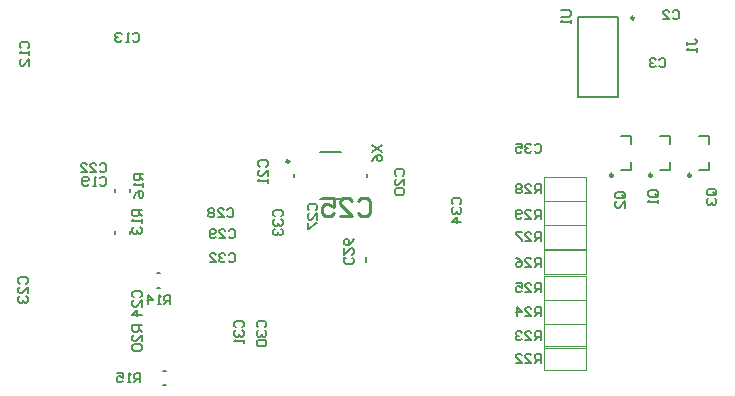
<source format=gbo>
G04 Layer_Color=13813960*
%FSLAX25Y25*%
%MOIN*%
G70*
G01*
G75*
%ADD29C,0.01000*%
%ADD52C,0.00984*%
%ADD55C,0.00787*%
%ADD57C,0.00591*%
%ADD96C,0.00394*%
D29*
X265201Y188498D02*
X266201Y189498D01*
X268200D01*
X269200Y188498D01*
Y184500D01*
X268200Y183500D01*
X266201D01*
X265201Y184500D01*
X259203Y183500D02*
X263202D01*
X259203Y187499D01*
Y188498D01*
X260203Y189498D01*
X262202D01*
X263202Y188498D01*
X253205Y189498D02*
X257204D01*
Y186499D01*
X255205Y187499D01*
X254205D01*
X253205Y186499D01*
Y184500D01*
X254205Y183500D01*
X256204D01*
X257204Y184500D01*
D52*
X357106Y249492D02*
G03*
X357106Y249492I-492J0D01*
G01*
X350055Y197020D02*
G03*
X350055Y197020I-492J0D01*
G01*
X363055D02*
G03*
X363055Y197020I-492J0D01*
G01*
X376055D02*
G03*
X376055Y197020I-492J0D01*
G01*
X242122Y201724D02*
G03*
X242122Y201724I-492J0D01*
G01*
D55*
X351693Y223311D02*
Y249689D01*
X338307Y223311D02*
Y249689D01*
X351693D01*
X338307Y223311D02*
X351693D01*
X356059Y207650D02*
Y210248D01*
X352850D02*
X356059D01*
Y198752D02*
Y201350D01*
X352850Y198752D02*
X356059D01*
X369059Y207650D02*
Y210248D01*
X365850D02*
X369059D01*
Y198752D02*
Y201350D01*
X365850Y198752D02*
X369059D01*
X382059Y207650D02*
Y210248D01*
X378850D02*
X382059D01*
Y198752D02*
Y201350D01*
X378850Y198752D02*
X382059D01*
X252445Y189323D02*
X259555D01*
X252445Y204677D02*
X259555D01*
X268205Y196606D02*
Y197394D01*
X243795Y196606D02*
Y197394D01*
X198106Y159539D02*
X198894D01*
X198106Y164461D02*
X198894D01*
X200106Y127039D02*
X200894D01*
X200106Y131961D02*
X200894D01*
X188961Y191606D02*
Y192394D01*
X184039Y191606D02*
Y192394D01*
X188961Y177606D02*
Y178394D01*
X184039Y177606D02*
Y178394D01*
X260260Y168213D02*
Y169787D01*
X267740Y168213D02*
Y169787D01*
D57*
X374851Y240401D02*
Y241451D01*
Y240926D01*
X377475D01*
X378000Y241451D01*
Y241975D01*
X377475Y242500D01*
X378000Y239351D02*
Y238302D01*
Y238827D01*
X374851D01*
X375376Y239351D01*
X332851Y252000D02*
X335475D01*
X336000Y251475D01*
Y250426D01*
X335475Y249901D01*
X332851D01*
X336000Y248851D02*
Y247802D01*
Y248327D01*
X332851D01*
X333376Y248851D01*
X365401Y235624D02*
X365926Y236149D01*
X366975D01*
X367500Y235624D01*
Y233525D01*
X366975Y233000D01*
X365926D01*
X365401Y233525D01*
X364351Y235624D02*
X363827Y236149D01*
X362777D01*
X362252Y235624D01*
Y235099D01*
X362777Y234574D01*
X363302D01*
X362777D01*
X362252Y234050D01*
Y233525D01*
X362777Y233000D01*
X363827D01*
X364351Y233525D01*
X369901Y251624D02*
X370426Y252149D01*
X371475D01*
X372000Y251624D01*
Y249525D01*
X371475Y249000D01*
X370426D01*
X369901Y249525D01*
X366752Y249000D02*
X368851D01*
X366752Y251099D01*
Y251624D01*
X367277Y252149D01*
X368327D01*
X368851Y251624D01*
X296876Y187401D02*
X296351Y187926D01*
Y188975D01*
X296876Y189500D01*
X298975D01*
X299500Y188975D01*
Y187926D01*
X298975Y187401D01*
X296876Y186351D02*
X296351Y185827D01*
Y184777D01*
X296876Y184252D01*
X297401D01*
X297926Y184777D01*
Y185302D01*
Y184777D01*
X298450Y184252D01*
X298975D01*
X299500Y184777D01*
Y185827D01*
X298975Y186351D01*
X299500Y181629D02*
X296351D01*
X297926Y183203D01*
Y181104D01*
X269851Y207000D02*
X273000Y204901D01*
X269851D02*
X273000Y207000D01*
X269851Y201752D02*
X270376Y202802D01*
X271426Y203851D01*
X272475D01*
X273000Y203327D01*
Y202277D01*
X272475Y201752D01*
X271951D01*
X271426Y202277D01*
Y203851D01*
X248876Y185401D02*
X248351Y185926D01*
Y186975D01*
X248876Y187500D01*
X250975D01*
X251500Y186975D01*
Y185926D01*
X250975Y185401D01*
X251500Y182252D02*
Y184351D01*
X249401Y182252D01*
X248876D01*
X248351Y182777D01*
Y183827D01*
X248876Y184351D01*
X248351Y181203D02*
Y179104D01*
X248876D01*
X250975Y181203D01*
X251500D01*
X263124Y169599D02*
X263649Y169074D01*
Y168025D01*
X263124Y167500D01*
X261025D01*
X260500Y168025D01*
Y169074D01*
X261025Y169599D01*
X260500Y172748D02*
Y170649D01*
X262599Y172748D01*
X263124D01*
X263649Y172223D01*
Y171173D01*
X263124Y170649D01*
X263649Y175896D02*
X263124Y174847D01*
X262074Y173797D01*
X261025D01*
X260500Y174322D01*
Y175372D01*
X261025Y175896D01*
X261549D01*
X262074Y175372D01*
Y173797D01*
X221401Y185624D02*
X221926Y186149D01*
X222975D01*
X223500Y185624D01*
Y183525D01*
X222975Y183000D01*
X221926D01*
X221401Y183525D01*
X218252Y183000D02*
X220351D01*
X218252Y185099D01*
Y185624D01*
X218777Y186149D01*
X219827D01*
X220351Y185624D01*
X217203D02*
X216678Y186149D01*
X215629D01*
X215104Y185624D01*
Y185099D01*
X215629Y184574D01*
X215104Y184049D01*
Y183525D01*
X215629Y183000D01*
X216678D01*
X217203Y183525D01*
Y184049D01*
X216678Y184574D01*
X217203Y185099D01*
Y185624D01*
X216678Y184574D02*
X215629D01*
X237376Y183401D02*
X236851Y183926D01*
Y184975D01*
X237376Y185500D01*
X239475D01*
X240000Y184975D01*
Y183926D01*
X239475Y183401D01*
X237376Y182351D02*
X236851Y181827D01*
Y180777D01*
X237376Y180252D01*
X237901D01*
X238426Y180777D01*
Y181302D01*
Y180777D01*
X238950Y180252D01*
X239475D01*
X240000Y180777D01*
Y181827D01*
X239475Y182351D01*
X237376Y179203D02*
X236851Y178678D01*
Y177629D01*
X237376Y177104D01*
X237901D01*
X238426Y177629D01*
Y178153D01*
Y177629D01*
X238950Y177104D01*
X239475D01*
X240000Y177629D01*
Y178678D01*
X239475Y179203D01*
X221901Y170624D02*
X222426Y171149D01*
X223475D01*
X224000Y170624D01*
Y168525D01*
X223475Y168000D01*
X222426D01*
X221901Y168525D01*
X220851Y170624D02*
X220327Y171149D01*
X219277D01*
X218752Y170624D01*
Y170099D01*
X219277Y169574D01*
X219802D01*
X219277D01*
X218752Y169050D01*
Y168525D01*
X219277Y168000D01*
X220327D01*
X220851Y168525D01*
X215604Y168000D02*
X217703D01*
X215604Y170099D01*
Y170624D01*
X216128Y171149D01*
X217178D01*
X217703Y170624D01*
X224376Y146401D02*
X223851Y146926D01*
Y147975D01*
X224376Y148500D01*
X226475D01*
X227000Y147975D01*
Y146926D01*
X226475Y146401D01*
X224376Y145351D02*
X223851Y144827D01*
Y143777D01*
X224376Y143252D01*
X224901D01*
X225426Y143777D01*
Y144302D01*
Y143777D01*
X225951Y143252D01*
X226475D01*
X227000Y143777D01*
Y144827D01*
X226475Y145351D01*
X227000Y142203D02*
Y141153D01*
Y141678D01*
X223851D01*
X224376Y142203D01*
X231876Y146401D02*
X231351Y146926D01*
Y147975D01*
X231876Y148500D01*
X233975D01*
X234500Y147975D01*
Y146926D01*
X233975Y146401D01*
X231876Y145351D02*
X231351Y144827D01*
Y143777D01*
X231876Y143252D01*
X232401D01*
X232926Y143777D01*
Y144302D01*
Y143777D01*
X233451Y143252D01*
X233975D01*
X234500Y143777D01*
Y144827D01*
X233975Y145351D01*
X231876Y142203D02*
X231351Y141678D01*
Y140629D01*
X231876Y140104D01*
X233975D01*
X234500Y140629D01*
Y141678D01*
X233975Y142203D01*
X231876D01*
X221901Y178624D02*
X222426Y179149D01*
X223475D01*
X224000Y178624D01*
Y176525D01*
X223475Y176000D01*
X222426D01*
X221901Y176525D01*
X218752Y176000D02*
X220851D01*
X218752Y178099D01*
Y178624D01*
X219277Y179149D01*
X220327D01*
X220851Y178624D01*
X217703Y176525D02*
X217178Y176000D01*
X216128D01*
X215604Y176525D01*
Y178624D01*
X216128Y179149D01*
X217178D01*
X217703Y178624D01*
Y178099D01*
X217178Y177574D01*
X215604D01*
X192500Y128000D02*
Y131149D01*
X190926D01*
X190401Y130624D01*
Y129574D01*
X190926Y129050D01*
X192500D01*
X191451D02*
X190401Y128000D01*
X189351D02*
X188302D01*
X188827D01*
Y131149D01*
X189351Y130624D01*
X184628Y131149D02*
X186728D01*
Y129574D01*
X185678Y130099D01*
X185153D01*
X184628Y129574D01*
Y128525D01*
X185153Y128000D01*
X186203D01*
X186728Y128525D01*
X202500Y154000D02*
Y157149D01*
X200926D01*
X200401Y156624D01*
Y155574D01*
X200926Y155050D01*
X202500D01*
X201450D02*
X200401Y154000D01*
X199351D02*
X198302D01*
X198827D01*
Y157149D01*
X199351Y156624D01*
X195153Y154000D02*
Y157149D01*
X196728Y155574D01*
X194629D01*
X323901Y207124D02*
X324426Y207649D01*
X325475D01*
X326000Y207124D01*
Y205025D01*
X325475Y204500D01*
X324426D01*
X323901Y205025D01*
X322851Y207124D02*
X322327Y207649D01*
X321277D01*
X320752Y207124D01*
Y206599D01*
X321277Y206074D01*
X321802D01*
X321277D01*
X320752Y205550D01*
Y205025D01*
X321277Y204500D01*
X322327D01*
X322851Y205025D01*
X317604Y207649D02*
X319703D01*
Y206074D01*
X318653Y206599D01*
X318128D01*
X317604Y206074D01*
Y205025D01*
X318128Y204500D01*
X319178D01*
X319703Y205025D01*
X383975Y190401D02*
X381876D01*
X381351Y190926D01*
Y191975D01*
X381876Y192500D01*
X383975D01*
X384500Y191975D01*
Y190926D01*
X383451Y191451D02*
X384500Y190401D01*
Y190926D02*
X383975Y190401D01*
X381876Y189351D02*
X381351Y188827D01*
Y187777D01*
X381876Y187252D01*
X382401D01*
X382926Y187777D01*
Y188302D01*
Y187777D01*
X383451Y187252D01*
X383975D01*
X384500Y187777D01*
Y188827D01*
X383975Y189351D01*
X353475Y189401D02*
X351376D01*
X350851Y189926D01*
Y190975D01*
X351376Y191500D01*
X353475D01*
X354000Y190975D01*
Y189926D01*
X352951Y190451D02*
X354000Y189401D01*
Y189926D02*
X353475Y189401D01*
X354000Y186252D02*
Y188351D01*
X351901Y186252D01*
X351376D01*
X350851Y186777D01*
Y187827D01*
X351376Y188351D01*
X364475Y189901D02*
X362376D01*
X361851Y190426D01*
Y191475D01*
X362376Y192000D01*
X364475D01*
X365000Y191475D01*
Y190426D01*
X363950Y190951D02*
X365000Y189901D01*
Y190426D02*
X364475Y189901D01*
X365000Y188851D02*
Y187802D01*
Y188327D01*
X361851D01*
X362376Y188851D01*
X326000Y182500D02*
Y185649D01*
X324426D01*
X323901Y185124D01*
Y184074D01*
X324426Y183549D01*
X326000D01*
X324951D02*
X323901Y182500D01*
X320752D02*
X322851D01*
X320752Y184599D01*
Y185124D01*
X321277Y185649D01*
X322327D01*
X322851Y185124D01*
X319703Y183025D02*
X319178Y182500D01*
X318128D01*
X317604Y183025D01*
Y185124D01*
X318128Y185649D01*
X319178D01*
X319703Y185124D01*
Y184599D01*
X319178Y184074D01*
X317604D01*
X326000Y134500D02*
Y137649D01*
X324426D01*
X323901Y137124D01*
Y136074D01*
X324426Y135549D01*
X326000D01*
X324951D02*
X323901Y134500D01*
X320752D02*
X322851D01*
X320752Y136599D01*
Y137124D01*
X321277Y137649D01*
X322327D01*
X322851Y137124D01*
X317604Y134500D02*
X319703D01*
X317604Y136599D01*
Y137124D01*
X318128Y137649D01*
X319178D01*
X319703Y137124D01*
X152876Y239401D02*
X152351Y239926D01*
Y240975D01*
X152876Y241500D01*
X154975D01*
X155500Y240975D01*
Y239926D01*
X154975Y239401D01*
X155500Y238351D02*
Y237302D01*
Y237827D01*
X152351D01*
X152876Y238351D01*
X155500Y233629D02*
Y235728D01*
X153401Y233629D01*
X152876D01*
X152351Y234153D01*
Y235203D01*
X152876Y235728D01*
X189901Y244124D02*
X190426Y244649D01*
X191475D01*
X192000Y244124D01*
Y242025D01*
X191475Y241500D01*
X190426D01*
X189901Y242025D01*
X188851Y241500D02*
X187802D01*
X188327D01*
Y244649D01*
X188851Y244124D01*
X186228D02*
X185703Y244649D01*
X184653D01*
X184128Y244124D01*
Y243599D01*
X184653Y243074D01*
X185178D01*
X184653D01*
X184128Y242549D01*
Y242025D01*
X184653Y241500D01*
X185703D01*
X186228Y242025D01*
X277876Y196901D02*
X277351Y197426D01*
Y198475D01*
X277876Y199000D01*
X279975D01*
X280500Y198475D01*
Y197426D01*
X279975Y196901D01*
X280500Y193752D02*
Y195851D01*
X278401Y193752D01*
X277876D01*
X277351Y194277D01*
Y195327D01*
X277876Y195851D01*
Y192703D02*
X277351Y192178D01*
Y191129D01*
X277876Y190604D01*
X279975D01*
X280500Y191129D01*
Y192178D01*
X279975Y192703D01*
X277876D01*
X232376Y199901D02*
X231851Y200426D01*
Y201475D01*
X232376Y202000D01*
X234475D01*
X235000Y201475D01*
Y200426D01*
X234475Y199901D01*
X235000Y196752D02*
Y198851D01*
X232901Y196752D01*
X232376D01*
X231851Y197277D01*
Y198327D01*
X232376Y198851D01*
X235000Y195703D02*
Y194653D01*
Y195178D01*
X231851D01*
X232376Y195703D01*
X152376Y160901D02*
X151851Y161426D01*
Y162475D01*
X152376Y163000D01*
X154475D01*
X155000Y162475D01*
Y161426D01*
X154475Y160901D01*
X155000Y157752D02*
Y159851D01*
X152901Y157752D01*
X152376D01*
X151851Y158277D01*
Y159327D01*
X152376Y159851D01*
Y156703D02*
X151851Y156178D01*
Y155129D01*
X152376Y154604D01*
X152901D01*
X153426Y155129D01*
Y155653D01*
Y155129D01*
X153951Y154604D01*
X154475D01*
X155000Y155129D01*
Y156178D01*
X154475Y156703D01*
X190376Y156401D02*
X189851Y156926D01*
Y157975D01*
X190376Y158500D01*
X192475D01*
X193000Y157975D01*
Y156926D01*
X192475Y156401D01*
X193000Y153252D02*
Y155351D01*
X190901Y153252D01*
X190376D01*
X189851Y153777D01*
Y154827D01*
X190376Y155351D01*
X193000Y150628D02*
X189851D01*
X191426Y152203D01*
Y150104D01*
X193000Y147000D02*
X189851D01*
Y145426D01*
X190376Y144901D01*
X191426D01*
X191951Y145426D01*
Y147000D01*
Y145950D02*
X193000Y144901D01*
Y141752D02*
Y143851D01*
X190901Y141752D01*
X190376D01*
X189851Y142277D01*
Y143327D01*
X190376Y143851D01*
Y140703D02*
X189851Y140178D01*
Y139128D01*
X190376Y138604D01*
X192475D01*
X193000Y139128D01*
Y140178D01*
X192475Y140703D01*
X190376D01*
X178901Y196124D02*
X179426Y196649D01*
X180475D01*
X181000Y196124D01*
Y194025D01*
X180475Y193500D01*
X179426D01*
X178901Y194025D01*
X177851Y193500D02*
X176802D01*
X177327D01*
Y196649D01*
X177851Y196124D01*
X175228Y194025D02*
X174703Y193500D01*
X173653D01*
X173128Y194025D01*
Y196124D01*
X173653Y196649D01*
X174703D01*
X175228Y196124D01*
Y195599D01*
X174703Y195074D01*
X173128D01*
X178901Y200624D02*
X179426Y201149D01*
X180475D01*
X181000Y200624D01*
Y198525D01*
X180475Y198000D01*
X179426D01*
X178901Y198525D01*
X175752Y198000D02*
X177851D01*
X175752Y200099D01*
Y200624D01*
X176277Y201149D01*
X177327D01*
X177851Y200624D01*
X172604Y198000D02*
X174703D01*
X172604Y200099D01*
Y200624D01*
X173128Y201149D01*
X174178D01*
X174703Y200624D01*
X193500Y197500D02*
X190351D01*
Y195926D01*
X190876Y195401D01*
X191926D01*
X192450Y195926D01*
Y197500D01*
Y196450D02*
X193500Y195401D01*
Y194351D02*
Y193302D01*
Y193827D01*
X190351D01*
X190876Y194351D01*
X190351Y189629D02*
X190876Y190678D01*
X191926Y191728D01*
X192975D01*
X193500Y191203D01*
Y190153D01*
X192975Y189629D01*
X192450D01*
X191926Y190153D01*
Y191728D01*
X193000Y185500D02*
X189851D01*
Y183926D01*
X190376Y183401D01*
X191426D01*
X191951Y183926D01*
Y185500D01*
Y184450D02*
X193000Y183401D01*
Y182351D02*
Y181302D01*
Y181827D01*
X189851D01*
X190376Y182351D01*
Y179728D02*
X189851Y179203D01*
Y178153D01*
X190376Y177629D01*
X190901D01*
X191426Y178153D01*
Y178678D01*
Y178153D01*
X191951Y177629D01*
X192475D01*
X193000Y178153D01*
Y179203D01*
X192475Y179728D01*
X326000Y191000D02*
Y194149D01*
X324426D01*
X323901Y193624D01*
Y192574D01*
X324426Y192050D01*
X326000D01*
X324951D02*
X323901Y191000D01*
X320752D02*
X322851D01*
X320752Y193099D01*
Y193624D01*
X321277Y194149D01*
X322327D01*
X322851Y193624D01*
X319703D02*
X319178Y194149D01*
X318128D01*
X317604Y193624D01*
Y193099D01*
X318128Y192574D01*
X317604Y192050D01*
Y191525D01*
X318128Y191000D01*
X319178D01*
X319703Y191525D01*
Y192050D01*
X319178Y192574D01*
X319703Y193099D01*
Y193624D01*
X319178Y192574D02*
X318128D01*
X326000Y175000D02*
Y178149D01*
X324426D01*
X323901Y177624D01*
Y176574D01*
X324426Y176049D01*
X326000D01*
X324951D02*
X323901Y175000D01*
X320752D02*
X322851D01*
X320752Y177099D01*
Y177624D01*
X321277Y178149D01*
X322327D01*
X322851Y177624D01*
X319703Y178149D02*
X317604D01*
Y177624D01*
X319703Y175525D01*
Y175000D01*
X326000Y166500D02*
Y169649D01*
X324426D01*
X323901Y169124D01*
Y168074D01*
X324426Y167550D01*
X326000D01*
X324951D02*
X323901Y166500D01*
X320752D02*
X322851D01*
X320752Y168599D01*
Y169124D01*
X321277Y169649D01*
X322327D01*
X322851Y169124D01*
X317604Y169649D02*
X318653Y169124D01*
X319703Y168074D01*
Y167025D01*
X319178Y166500D01*
X318128D01*
X317604Y167025D01*
Y167550D01*
X318128Y168074D01*
X319703D01*
X326000Y158000D02*
Y161149D01*
X324426D01*
X323901Y160624D01*
Y159574D01*
X324426Y159049D01*
X326000D01*
X324951D02*
X323901Y158000D01*
X320752D02*
X322851D01*
X320752Y160099D01*
Y160624D01*
X321277Y161149D01*
X322327D01*
X322851Y160624D01*
X317604Y161149D02*
X319703D01*
Y159574D01*
X318653Y160099D01*
X318128D01*
X317604Y159574D01*
Y158525D01*
X318128Y158000D01*
X319178D01*
X319703Y158525D01*
X326000Y150000D02*
Y153149D01*
X324426D01*
X323901Y152624D01*
Y151574D01*
X324426Y151049D01*
X326000D01*
X324951D02*
X323901Y150000D01*
X320752D02*
X322851D01*
X320752Y152099D01*
Y152624D01*
X321277Y153149D01*
X322327D01*
X322851Y152624D01*
X318128Y150000D02*
Y153149D01*
X319703Y151574D01*
X317604D01*
X326000Y142000D02*
Y145149D01*
X324426D01*
X323901Y144624D01*
Y143574D01*
X324426Y143050D01*
X326000D01*
X324951D02*
X323901Y142000D01*
X320752D02*
X322851D01*
X320752Y144099D01*
Y144624D01*
X321277Y145149D01*
X322327D01*
X322851Y144624D01*
X319703D02*
X319178Y145149D01*
X318128D01*
X317604Y144624D01*
Y144099D01*
X318128Y143574D01*
X318653D01*
X318128D01*
X317604Y143050D01*
Y142525D01*
X318128Y142000D01*
X319178D01*
X319703Y142525D01*
D96*
X327000Y188500D02*
X341000D01*
X327000Y180500D02*
Y188500D01*
Y180500D02*
X341000D01*
Y188500D01*
X327000Y140000D02*
X341000D01*
X327000Y132000D02*
Y140000D01*
Y132000D02*
X341000D01*
Y140000D01*
X327000Y196500D02*
X341000D01*
X327000Y188500D02*
Y196500D01*
Y188500D02*
X341000D01*
Y196500D01*
X327000Y180500D02*
X341000D01*
X327000Y172500D02*
Y180500D01*
Y172500D02*
X341000D01*
Y180500D01*
X327000Y172000D02*
X341000D01*
X327000Y164000D02*
Y172000D01*
Y164000D02*
X341000D01*
Y172000D01*
X327000Y163500D02*
X341000D01*
X327000Y155500D02*
Y163500D01*
Y155500D02*
X341000D01*
Y163500D01*
X327000Y155500D02*
X341000D01*
X327000Y147500D02*
Y155500D01*
Y147500D02*
X341000D01*
Y155500D01*
X327000Y147500D02*
X341000D01*
X327000Y139500D02*
Y147500D01*
Y139500D02*
X341000D01*
Y147500D01*
M02*

</source>
